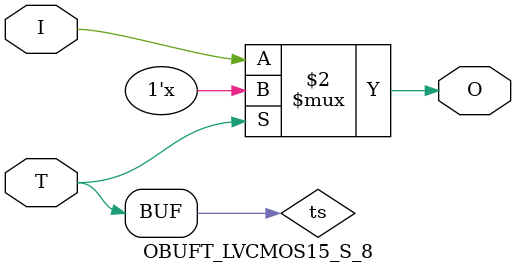
<source format=v>

/*

FUNCTION	: TRI-STATE OUTPUT BUFFER

*/

`celldefine
`timescale  100 ps / 10 ps

module OBUFT_LVCMOS15_S_8 (O, I, T);

    output O;

    input  I, T;

    or O1 (ts, 1'b0, T);
    bufif0 T1 (O, I, ts);

endmodule

</source>
